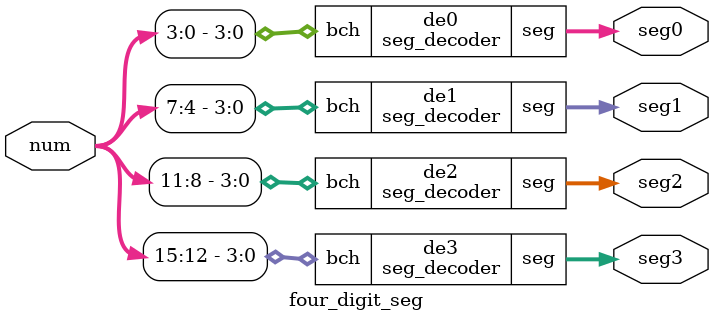
<source format=v>
module LAB3 (KEY, SW, LEDR, HEX3, HEX2, HEX1, HEX0);
	input [3:0] KEY;
	input [9:0] SW;
	output [9:9] LEDR;
	output [6:0] HEX3, HEX2, HEX1, HEX0;
	reg [7:0] A, B, C, D;
	wire [15:0] resultAB, resultCD, sum;
	reg [15:0] num_display;
	
	//sum = (A x B) + (C x D)
	mult AB(.dataa(A), .datab(B), .result(resultAB));
	mult CD(.dataa(C), .datab(D), .result(resultCD));
	add ABCD(.dataa(resultAB), .datab(resultCD), .cout(LEDR), .result(sum));
	//display {A,B}, {C,D} or sum
	four_digit_seg display(num_display, HEX3, HEX2, HEX1, HEX0);
	
	//KEY[1] is manual input clock, KEY[0] is active-low asynchronous reset
	always @(posedge KEY[1] or negedge KEY[0]) begin
		if(~KEY[0]) begin
			A = 0;
			B = 0;
			C = 0;
			D = 0;
		end
		else begin
			//SW[9] is write enable
			if(SW[9] == 1) begin
				//SW[8] decides A&B or C&D
				if(SW[8] == 1) begin
					//KEY[2] decides A&C or B&D
					if(KEY[2] == 1) begin
						A = SW[7:0];
					end
					else begin
						B = SW[7:0];
					end
				end
				else begin
					if(KEY[2] == 1) begin
						C = SW[7:0];
					end
					else begin
						D = SW[7:0];
					end
				end
			end
		end
	end
	
	//KEY[3]&SW[8] decides display
	always @(*) begin
		if(KEY[3] == 0) begin
			num_display = sum;
		end
		else begin
			if(SW[8] == 1) begin
				num_display = {A, B};
			end
			else begin
				num_display = {C, D};
			end
		end
	end
	
endmodule

//bch to seg
module seg_decoder (bch, seg);
	input [3:0] bch;
	output [6:0] seg;
	reg [6:0] seg;
	
	always @(bch) begin
		case (bch)
			0 : seg = 7'b1000000;
			1 : seg = 7'b1111001;
			2 : seg = 7'b0100100;
			3 : seg = 7'b0110000;
			4 : seg = 7'b0011001;
			5 : seg = 7'b0010010;
			6 : seg = 7'b0000010;
			7 : seg = 7'b1111000;
			8 : seg = 7'b0000000;
			9 : seg = 7'b0010000;
			10 : seg = 7'b0001000;	//A
			11 : seg = 7'b0000011;	//b
			12 : seg = 7'b1000110;	//C
			13 : seg = 7'b0100001;	//d
			14 : seg = 7'b0000110;	//E
			15 : seg = 7'b0001110;	//F
			//lights out
			default : seg = 7'b1111111;
		endcase
	end
endmodule

//display four digit in seg
module four_digit_seg (num, seg3, seg2, seg1, seg0);
	input [15:0] num;
	output [6:0] seg3, seg2, seg1, seg0;
	
	seg_decoder de3(num[15:12], seg3);
	seg_decoder de2(num[11:8], seg2);
	seg_decoder de1(num[7:4], seg1);
	seg_decoder de0(num[3:0], seg0);
endmodule

</source>
